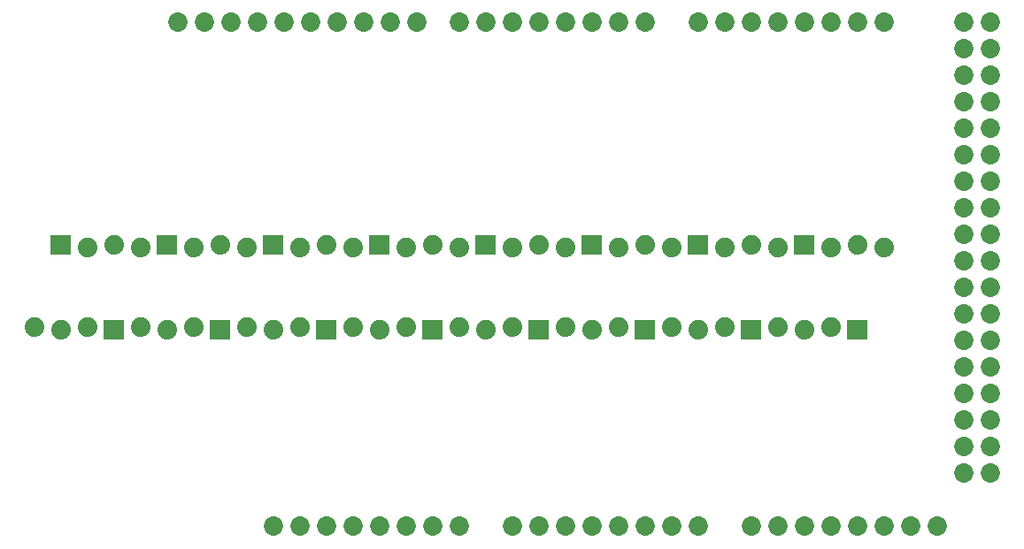
<source format=gtl>
G04 MADE WITH FRITZING*
G04 WWW.FRITZING.ORG*
G04 DOUBLE SIDED*
G04 HOLES PLATED*
G04 CONTOUR ON CENTER OF CONTOUR VECTOR*
%ASAXBY*%
%FSLAX23Y23*%
%MOIN*%
%OFA0B0*%
%SFA1.0B1.0*%
%ADD10C,0.072917*%
%ADD11C,0.074000*%
%ADD12R,0.001000X0.001000*%
%LNCOPPER1*%
G90*
G70*
G54D10*
X3013Y155D03*
X1413Y155D03*
X3113Y155D03*
X3213Y155D03*
X3313Y155D03*
X3413Y155D03*
X3713Y1555D03*
X3513Y155D03*
X3613Y155D03*
X1453Y2055D03*
X2013Y155D03*
X2113Y155D03*
X2213Y155D03*
X2313Y155D03*
X3713Y755D03*
X2413Y155D03*
X2513Y155D03*
X2613Y155D03*
X2713Y155D03*
X2213Y2055D03*
X3713Y1955D03*
X3713Y1155D03*
X3713Y355D03*
X1053Y2055D03*
X1813Y155D03*
X1813Y2055D03*
X3713Y1755D03*
X3713Y1355D03*
X3713Y955D03*
X3413Y2055D03*
X3713Y555D03*
X3313Y2055D03*
X3213Y2055D03*
X3113Y2055D03*
X3013Y2055D03*
X2913Y2055D03*
X2813Y2055D03*
X2713Y2055D03*
X853Y2055D03*
X1253Y2055D03*
X1653Y2055D03*
X1213Y155D03*
X1613Y155D03*
X2413Y2055D03*
X2013Y2055D03*
X3713Y2055D03*
X3713Y1855D03*
X3713Y1655D03*
X3713Y1455D03*
X3713Y1255D03*
X3713Y1055D03*
X3713Y855D03*
X3713Y655D03*
X3713Y455D03*
X753Y2055D03*
X953Y2055D03*
X1153Y2055D03*
X1353Y2055D03*
X1553Y2055D03*
X1113Y155D03*
X1313Y155D03*
X1513Y155D03*
X1713Y155D03*
X2513Y2055D03*
X2313Y2055D03*
X2113Y2055D03*
X1913Y2055D03*
X3813Y2055D03*
X3813Y1955D03*
X3813Y1855D03*
X3813Y1755D03*
X3813Y1655D03*
X3813Y1555D03*
X3813Y1455D03*
X3813Y1355D03*
X3813Y1255D03*
X3813Y1155D03*
X3813Y1055D03*
X3813Y955D03*
X3813Y855D03*
X3813Y755D03*
X3813Y655D03*
X3813Y555D03*
X3813Y455D03*
X3813Y355D03*
X2913Y155D03*
G54D11*
X2713Y1215D03*
X2813Y1205D03*
X2913Y1215D03*
X3013Y1205D03*
X2713Y1215D03*
X2813Y1205D03*
X2913Y1215D03*
X3013Y1205D03*
X3113Y1215D03*
X3213Y1205D03*
X3313Y1215D03*
X3413Y1205D03*
X3113Y1215D03*
X3213Y1205D03*
X3313Y1215D03*
X3413Y1205D03*
X2113Y895D03*
X2013Y905D03*
X1913Y895D03*
X1813Y905D03*
X2113Y895D03*
X2013Y905D03*
X1913Y895D03*
X1813Y905D03*
X2913Y895D03*
X2813Y905D03*
X2713Y895D03*
X2613Y905D03*
X2913Y895D03*
X2813Y905D03*
X2713Y895D03*
X2613Y905D03*
X3313Y895D03*
X3213Y905D03*
X3113Y895D03*
X3013Y905D03*
X3313Y895D03*
X3213Y905D03*
X3113Y895D03*
X3013Y905D03*
X513Y895D03*
X413Y905D03*
X313Y895D03*
X213Y905D03*
X513Y895D03*
X413Y905D03*
X313Y895D03*
X213Y905D03*
X2513Y895D03*
X2413Y905D03*
X2313Y895D03*
X2213Y905D03*
X2513Y895D03*
X2413Y905D03*
X2313Y895D03*
X2213Y905D03*
X1713Y895D03*
X1613Y905D03*
X1513Y895D03*
X1413Y905D03*
X1713Y895D03*
X1613Y905D03*
X1513Y895D03*
X1413Y905D03*
X913Y895D03*
X813Y905D03*
X713Y895D03*
X613Y905D03*
X913Y895D03*
X813Y905D03*
X713Y895D03*
X613Y905D03*
X313Y1215D03*
X413Y1205D03*
X513Y1215D03*
X613Y1205D03*
X313Y1215D03*
X413Y1205D03*
X513Y1215D03*
X613Y1205D03*
X713Y1215D03*
X813Y1205D03*
X913Y1215D03*
X1013Y1205D03*
X713Y1215D03*
X813Y1205D03*
X913Y1215D03*
X1013Y1205D03*
X1113Y1215D03*
X1213Y1205D03*
X1313Y1215D03*
X1413Y1205D03*
X1113Y1215D03*
X1213Y1205D03*
X1313Y1215D03*
X1413Y1205D03*
X1513Y1215D03*
X1613Y1205D03*
X1713Y1215D03*
X1813Y1205D03*
X1513Y1215D03*
X1613Y1205D03*
X1713Y1215D03*
X1813Y1205D03*
X1913Y1215D03*
X2013Y1205D03*
X2113Y1215D03*
X2213Y1205D03*
X1913Y1215D03*
X2013Y1205D03*
X2113Y1215D03*
X2213Y1205D03*
X2313Y1215D03*
X2413Y1205D03*
X2513Y1215D03*
X2613Y1205D03*
X2313Y1215D03*
X2413Y1205D03*
X2513Y1215D03*
X2613Y1205D03*
X1313Y895D03*
X1213Y905D03*
X1113Y895D03*
X1013Y905D03*
X1313Y895D03*
X1213Y905D03*
X1113Y895D03*
X1013Y905D03*
G54D12*
X276Y1252D02*
X349Y1252D01*
X676Y1252D02*
X749Y1252D01*
X1076Y1252D02*
X1149Y1252D01*
X1476Y1252D02*
X1549Y1252D01*
X1876Y1252D02*
X1949Y1252D01*
X2276Y1252D02*
X2349Y1252D01*
X2676Y1252D02*
X2749Y1252D01*
X3076Y1252D02*
X3149Y1252D01*
X276Y1251D02*
X349Y1251D01*
X676Y1251D02*
X749Y1251D01*
X1076Y1251D02*
X1149Y1251D01*
X1476Y1251D02*
X1549Y1251D01*
X1876Y1251D02*
X1949Y1251D01*
X2276Y1251D02*
X2349Y1251D01*
X2676Y1251D02*
X2749Y1251D01*
X3076Y1251D02*
X3149Y1251D01*
X276Y1250D02*
X349Y1250D01*
X676Y1250D02*
X749Y1250D01*
X1076Y1250D02*
X1149Y1250D01*
X1476Y1250D02*
X1549Y1250D01*
X1876Y1250D02*
X1949Y1250D01*
X2276Y1250D02*
X2349Y1250D01*
X2676Y1250D02*
X2749Y1250D01*
X3076Y1250D02*
X3149Y1250D01*
X276Y1249D02*
X349Y1249D01*
X676Y1249D02*
X749Y1249D01*
X1076Y1249D02*
X1149Y1249D01*
X1476Y1249D02*
X1549Y1249D01*
X1876Y1249D02*
X1949Y1249D01*
X2276Y1249D02*
X2349Y1249D01*
X2676Y1249D02*
X2749Y1249D01*
X3076Y1249D02*
X3149Y1249D01*
X276Y1248D02*
X349Y1248D01*
X676Y1248D02*
X749Y1248D01*
X1076Y1248D02*
X1149Y1248D01*
X1476Y1248D02*
X1549Y1248D01*
X1876Y1248D02*
X1949Y1248D01*
X2276Y1248D02*
X2349Y1248D01*
X2676Y1248D02*
X2749Y1248D01*
X3076Y1248D02*
X3149Y1248D01*
X276Y1247D02*
X349Y1247D01*
X676Y1247D02*
X749Y1247D01*
X1076Y1247D02*
X1149Y1247D01*
X1476Y1247D02*
X1549Y1247D01*
X1876Y1247D02*
X1949Y1247D01*
X2276Y1247D02*
X2349Y1247D01*
X2676Y1247D02*
X2749Y1247D01*
X3076Y1247D02*
X3149Y1247D01*
X276Y1246D02*
X349Y1246D01*
X676Y1246D02*
X749Y1246D01*
X1076Y1246D02*
X1149Y1246D01*
X1476Y1246D02*
X1549Y1246D01*
X1876Y1246D02*
X1949Y1246D01*
X2276Y1246D02*
X2349Y1246D01*
X2676Y1246D02*
X2749Y1246D01*
X3076Y1246D02*
X3149Y1246D01*
X276Y1245D02*
X349Y1245D01*
X676Y1245D02*
X749Y1245D01*
X1076Y1245D02*
X1149Y1245D01*
X1476Y1245D02*
X1549Y1245D01*
X1876Y1245D02*
X1949Y1245D01*
X2276Y1245D02*
X2349Y1245D01*
X2676Y1245D02*
X2749Y1245D01*
X3076Y1245D02*
X3149Y1245D01*
X276Y1244D02*
X349Y1244D01*
X676Y1244D02*
X749Y1244D01*
X1076Y1244D02*
X1149Y1244D01*
X1476Y1244D02*
X1549Y1244D01*
X1876Y1244D02*
X1949Y1244D01*
X2276Y1244D02*
X2349Y1244D01*
X2676Y1244D02*
X2749Y1244D01*
X3076Y1244D02*
X3149Y1244D01*
X276Y1243D02*
X349Y1243D01*
X676Y1243D02*
X749Y1243D01*
X1076Y1243D02*
X1149Y1243D01*
X1476Y1243D02*
X1549Y1243D01*
X1876Y1243D02*
X1949Y1243D01*
X2276Y1243D02*
X2349Y1243D01*
X2676Y1243D02*
X2749Y1243D01*
X3076Y1243D02*
X3149Y1243D01*
X276Y1242D02*
X349Y1242D01*
X676Y1242D02*
X749Y1242D01*
X1076Y1242D02*
X1149Y1242D01*
X1476Y1242D02*
X1549Y1242D01*
X1876Y1242D02*
X1949Y1242D01*
X2276Y1242D02*
X2349Y1242D01*
X2676Y1242D02*
X2749Y1242D01*
X3076Y1242D02*
X3149Y1242D01*
X276Y1241D02*
X349Y1241D01*
X676Y1241D02*
X749Y1241D01*
X1076Y1241D02*
X1149Y1241D01*
X1476Y1241D02*
X1549Y1241D01*
X1876Y1241D02*
X1949Y1241D01*
X2276Y1241D02*
X2349Y1241D01*
X2676Y1241D02*
X2749Y1241D01*
X3076Y1241D02*
X3149Y1241D01*
X276Y1240D02*
X349Y1240D01*
X676Y1240D02*
X749Y1240D01*
X1076Y1240D02*
X1149Y1240D01*
X1476Y1240D02*
X1549Y1240D01*
X1876Y1240D02*
X1949Y1240D01*
X2276Y1240D02*
X2349Y1240D01*
X2676Y1240D02*
X2749Y1240D01*
X3076Y1240D02*
X3149Y1240D01*
X276Y1239D02*
X349Y1239D01*
X676Y1239D02*
X749Y1239D01*
X1076Y1239D02*
X1149Y1239D01*
X1476Y1239D02*
X1549Y1239D01*
X1876Y1239D02*
X1949Y1239D01*
X2276Y1239D02*
X2349Y1239D01*
X2676Y1239D02*
X2749Y1239D01*
X3076Y1239D02*
X3149Y1239D01*
X276Y1238D02*
X349Y1238D01*
X676Y1238D02*
X749Y1238D01*
X1076Y1238D02*
X1149Y1238D01*
X1476Y1238D02*
X1549Y1238D01*
X1876Y1238D02*
X1949Y1238D01*
X2276Y1238D02*
X2349Y1238D01*
X2676Y1238D02*
X2749Y1238D01*
X3076Y1238D02*
X3149Y1238D01*
X276Y1237D02*
X349Y1237D01*
X676Y1237D02*
X749Y1237D01*
X1076Y1237D02*
X1149Y1237D01*
X1476Y1237D02*
X1549Y1237D01*
X1876Y1237D02*
X1949Y1237D01*
X2276Y1237D02*
X2349Y1237D01*
X2676Y1237D02*
X2749Y1237D01*
X3076Y1237D02*
X3149Y1237D01*
X276Y1236D02*
X349Y1236D01*
X676Y1236D02*
X749Y1236D01*
X1076Y1236D02*
X1149Y1236D01*
X1476Y1236D02*
X1549Y1236D01*
X1876Y1236D02*
X1949Y1236D01*
X2276Y1236D02*
X2349Y1236D01*
X2676Y1236D02*
X2749Y1236D01*
X3076Y1236D02*
X3149Y1236D01*
X276Y1235D02*
X308Y1235D01*
X318Y1235D02*
X349Y1235D01*
X676Y1235D02*
X708Y1235D01*
X718Y1235D02*
X749Y1235D01*
X1076Y1235D02*
X1108Y1235D01*
X1118Y1235D02*
X1149Y1235D01*
X1476Y1235D02*
X1508Y1235D01*
X1518Y1235D02*
X1549Y1235D01*
X1876Y1235D02*
X1908Y1235D01*
X1917Y1235D02*
X1949Y1235D01*
X2276Y1235D02*
X2308Y1235D01*
X2317Y1235D02*
X2349Y1235D01*
X2676Y1235D02*
X2708Y1235D01*
X2717Y1235D02*
X2749Y1235D01*
X3076Y1235D02*
X3108Y1235D01*
X3117Y1235D02*
X3149Y1235D01*
X276Y1234D02*
X305Y1234D01*
X321Y1234D02*
X349Y1234D01*
X676Y1234D02*
X705Y1234D01*
X721Y1234D02*
X749Y1234D01*
X1076Y1234D02*
X1105Y1234D01*
X1121Y1234D02*
X1149Y1234D01*
X1476Y1234D02*
X1505Y1234D01*
X1521Y1234D02*
X1549Y1234D01*
X1876Y1234D02*
X1905Y1234D01*
X1921Y1234D02*
X1949Y1234D01*
X2276Y1234D02*
X2305Y1234D01*
X2321Y1234D02*
X2349Y1234D01*
X2676Y1234D02*
X2705Y1234D01*
X2721Y1234D02*
X2749Y1234D01*
X3076Y1234D02*
X3105Y1234D01*
X3121Y1234D02*
X3149Y1234D01*
X276Y1233D02*
X303Y1233D01*
X323Y1233D02*
X349Y1233D01*
X676Y1233D02*
X703Y1233D01*
X723Y1233D02*
X749Y1233D01*
X1076Y1233D02*
X1103Y1233D01*
X1123Y1233D02*
X1149Y1233D01*
X1476Y1233D02*
X1503Y1233D01*
X1523Y1233D02*
X1549Y1233D01*
X1876Y1233D02*
X1903Y1233D01*
X1923Y1233D02*
X1949Y1233D01*
X2276Y1233D02*
X2303Y1233D01*
X2323Y1233D02*
X2349Y1233D01*
X2676Y1233D02*
X2703Y1233D01*
X2723Y1233D02*
X2749Y1233D01*
X3076Y1233D02*
X3103Y1233D01*
X3123Y1233D02*
X3149Y1233D01*
X276Y1232D02*
X301Y1232D01*
X324Y1232D02*
X349Y1232D01*
X676Y1232D02*
X701Y1232D01*
X724Y1232D02*
X749Y1232D01*
X1076Y1232D02*
X1101Y1232D01*
X1124Y1232D02*
X1149Y1232D01*
X1476Y1232D02*
X1501Y1232D01*
X1524Y1232D02*
X1549Y1232D01*
X1876Y1232D02*
X1901Y1232D01*
X1924Y1232D02*
X1949Y1232D01*
X2276Y1232D02*
X2301Y1232D01*
X2324Y1232D02*
X2349Y1232D01*
X2676Y1232D02*
X2701Y1232D01*
X2724Y1232D02*
X2749Y1232D01*
X3076Y1232D02*
X3101Y1232D01*
X3124Y1232D02*
X3149Y1232D01*
X276Y1231D02*
X300Y1231D01*
X326Y1231D02*
X349Y1231D01*
X676Y1231D02*
X700Y1231D01*
X726Y1231D02*
X749Y1231D01*
X1076Y1231D02*
X1100Y1231D01*
X1126Y1231D02*
X1149Y1231D01*
X1476Y1231D02*
X1500Y1231D01*
X1526Y1231D02*
X1549Y1231D01*
X1876Y1231D02*
X1900Y1231D01*
X1926Y1231D02*
X1949Y1231D01*
X2276Y1231D02*
X2300Y1231D01*
X2326Y1231D02*
X2349Y1231D01*
X2676Y1231D02*
X2700Y1231D01*
X2726Y1231D02*
X2749Y1231D01*
X3076Y1231D02*
X3100Y1231D01*
X3126Y1231D02*
X3149Y1231D01*
X276Y1230D02*
X299Y1230D01*
X327Y1230D02*
X349Y1230D01*
X676Y1230D02*
X699Y1230D01*
X727Y1230D02*
X749Y1230D01*
X1076Y1230D02*
X1099Y1230D01*
X1127Y1230D02*
X1149Y1230D01*
X1476Y1230D02*
X1499Y1230D01*
X1527Y1230D02*
X1549Y1230D01*
X1876Y1230D02*
X1898Y1230D01*
X1927Y1230D02*
X1949Y1230D01*
X2276Y1230D02*
X2298Y1230D01*
X2327Y1230D02*
X2349Y1230D01*
X2676Y1230D02*
X2698Y1230D01*
X2727Y1230D02*
X2749Y1230D01*
X3076Y1230D02*
X3098Y1230D01*
X3127Y1230D02*
X3149Y1230D01*
X276Y1229D02*
X298Y1229D01*
X328Y1229D02*
X349Y1229D01*
X676Y1229D02*
X698Y1229D01*
X728Y1229D02*
X749Y1229D01*
X1076Y1229D02*
X1098Y1229D01*
X1128Y1229D02*
X1149Y1229D01*
X1476Y1229D02*
X1498Y1229D01*
X1528Y1229D02*
X1549Y1229D01*
X1876Y1229D02*
X1898Y1229D01*
X1928Y1229D02*
X1949Y1229D01*
X2276Y1229D02*
X2297Y1229D01*
X2328Y1229D02*
X2349Y1229D01*
X2676Y1229D02*
X2697Y1229D01*
X2728Y1229D02*
X2749Y1229D01*
X3076Y1229D02*
X3097Y1229D01*
X3128Y1229D02*
X3149Y1229D01*
X276Y1228D02*
X297Y1228D01*
X329Y1228D02*
X349Y1228D01*
X676Y1228D02*
X697Y1228D01*
X729Y1228D02*
X749Y1228D01*
X1076Y1228D02*
X1097Y1228D01*
X1129Y1228D02*
X1149Y1228D01*
X1476Y1228D02*
X1497Y1228D01*
X1529Y1228D02*
X1549Y1228D01*
X1876Y1228D02*
X1897Y1228D01*
X1929Y1228D02*
X1949Y1228D01*
X2276Y1228D02*
X2297Y1228D01*
X2329Y1228D02*
X2349Y1228D01*
X2676Y1228D02*
X2697Y1228D01*
X2729Y1228D02*
X2749Y1228D01*
X3076Y1228D02*
X3097Y1228D01*
X3129Y1228D02*
X3149Y1228D01*
X276Y1227D02*
X296Y1227D01*
X330Y1227D02*
X349Y1227D01*
X676Y1227D02*
X696Y1227D01*
X730Y1227D02*
X749Y1227D01*
X1076Y1227D02*
X1096Y1227D01*
X1130Y1227D02*
X1149Y1227D01*
X1476Y1227D02*
X1496Y1227D01*
X1530Y1227D02*
X1549Y1227D01*
X1876Y1227D02*
X1896Y1227D01*
X1929Y1227D02*
X1949Y1227D01*
X2276Y1227D02*
X2296Y1227D01*
X2329Y1227D02*
X2349Y1227D01*
X2676Y1227D02*
X2696Y1227D01*
X2729Y1227D02*
X2749Y1227D01*
X3076Y1227D02*
X3096Y1227D01*
X3129Y1227D02*
X3149Y1227D01*
X276Y1226D02*
X295Y1226D01*
X330Y1226D02*
X349Y1226D01*
X676Y1226D02*
X695Y1226D01*
X730Y1226D02*
X749Y1226D01*
X1076Y1226D02*
X1095Y1226D01*
X1130Y1226D02*
X1149Y1226D01*
X1476Y1226D02*
X1495Y1226D01*
X1530Y1226D02*
X1549Y1226D01*
X1876Y1226D02*
X1895Y1226D01*
X1930Y1226D02*
X1949Y1226D01*
X2276Y1226D02*
X2295Y1226D01*
X2330Y1226D02*
X2349Y1226D01*
X2676Y1226D02*
X2695Y1226D01*
X2730Y1226D02*
X2749Y1226D01*
X3076Y1226D02*
X3095Y1226D01*
X3130Y1226D02*
X3149Y1226D01*
X276Y1225D02*
X295Y1225D01*
X331Y1225D02*
X349Y1225D01*
X676Y1225D02*
X695Y1225D01*
X731Y1225D02*
X749Y1225D01*
X1076Y1225D02*
X1095Y1225D01*
X1131Y1225D02*
X1149Y1225D01*
X1476Y1225D02*
X1495Y1225D01*
X1531Y1225D02*
X1549Y1225D01*
X1876Y1225D02*
X1895Y1225D01*
X1931Y1225D02*
X1949Y1225D01*
X2276Y1225D02*
X2295Y1225D01*
X2331Y1225D02*
X2349Y1225D01*
X2676Y1225D02*
X2695Y1225D01*
X2731Y1225D02*
X2749Y1225D01*
X3076Y1225D02*
X3095Y1225D01*
X3131Y1225D02*
X3149Y1225D01*
X276Y1224D02*
X294Y1224D01*
X331Y1224D02*
X349Y1224D01*
X676Y1224D02*
X694Y1224D01*
X731Y1224D02*
X749Y1224D01*
X1076Y1224D02*
X1094Y1224D01*
X1131Y1224D02*
X1149Y1224D01*
X1476Y1224D02*
X1494Y1224D01*
X1531Y1224D02*
X1549Y1224D01*
X1876Y1224D02*
X1894Y1224D01*
X1931Y1224D02*
X1949Y1224D01*
X2276Y1224D02*
X2294Y1224D01*
X2331Y1224D02*
X2349Y1224D01*
X2676Y1224D02*
X2694Y1224D01*
X2731Y1224D02*
X2749Y1224D01*
X3076Y1224D02*
X3094Y1224D01*
X3131Y1224D02*
X3149Y1224D01*
X276Y1223D02*
X294Y1223D01*
X332Y1223D02*
X349Y1223D01*
X676Y1223D02*
X694Y1223D01*
X732Y1223D02*
X749Y1223D01*
X1076Y1223D02*
X1094Y1223D01*
X1132Y1223D02*
X1149Y1223D01*
X1476Y1223D02*
X1494Y1223D01*
X1532Y1223D02*
X1549Y1223D01*
X1876Y1223D02*
X1894Y1223D01*
X1932Y1223D02*
X1949Y1223D01*
X2276Y1223D02*
X2294Y1223D01*
X2332Y1223D02*
X2349Y1223D01*
X2676Y1223D02*
X2694Y1223D01*
X2732Y1223D02*
X2749Y1223D01*
X3076Y1223D02*
X3094Y1223D01*
X3132Y1223D02*
X3149Y1223D01*
X276Y1222D02*
X293Y1222D01*
X332Y1222D02*
X349Y1222D01*
X676Y1222D02*
X693Y1222D01*
X732Y1222D02*
X749Y1222D01*
X1076Y1222D02*
X1093Y1222D01*
X1132Y1222D02*
X1149Y1222D01*
X1476Y1222D02*
X1493Y1222D01*
X1532Y1222D02*
X1549Y1222D01*
X1876Y1222D02*
X1893Y1222D01*
X1932Y1222D02*
X1949Y1222D01*
X2276Y1222D02*
X2293Y1222D01*
X2332Y1222D02*
X2349Y1222D01*
X2676Y1222D02*
X2693Y1222D01*
X2732Y1222D02*
X2749Y1222D01*
X3076Y1222D02*
X3093Y1222D01*
X3132Y1222D02*
X3149Y1222D01*
X276Y1221D02*
X293Y1221D01*
X332Y1221D02*
X349Y1221D01*
X676Y1221D02*
X693Y1221D01*
X732Y1221D02*
X749Y1221D01*
X1076Y1221D02*
X1093Y1221D01*
X1132Y1221D02*
X1149Y1221D01*
X1476Y1221D02*
X1493Y1221D01*
X1532Y1221D02*
X1549Y1221D01*
X1876Y1221D02*
X1893Y1221D01*
X1932Y1221D02*
X1949Y1221D01*
X2276Y1221D02*
X2293Y1221D01*
X2332Y1221D02*
X2349Y1221D01*
X2676Y1221D02*
X2693Y1221D01*
X2732Y1221D02*
X2749Y1221D01*
X3076Y1221D02*
X3093Y1221D01*
X3132Y1221D02*
X3149Y1221D01*
X276Y1220D02*
X293Y1220D01*
X333Y1220D02*
X349Y1220D01*
X676Y1220D02*
X693Y1220D01*
X733Y1220D02*
X749Y1220D01*
X1076Y1220D02*
X1093Y1220D01*
X1133Y1220D02*
X1149Y1220D01*
X1476Y1220D02*
X1493Y1220D01*
X1533Y1220D02*
X1549Y1220D01*
X1876Y1220D02*
X1893Y1220D01*
X1933Y1220D02*
X1949Y1220D01*
X2276Y1220D02*
X2293Y1220D01*
X2333Y1220D02*
X2349Y1220D01*
X2676Y1220D02*
X2693Y1220D01*
X2733Y1220D02*
X2749Y1220D01*
X3076Y1220D02*
X3093Y1220D01*
X3133Y1220D02*
X3149Y1220D01*
X276Y1219D02*
X293Y1219D01*
X333Y1219D02*
X349Y1219D01*
X676Y1219D02*
X693Y1219D01*
X733Y1219D02*
X749Y1219D01*
X1076Y1219D02*
X1093Y1219D01*
X1133Y1219D02*
X1149Y1219D01*
X1476Y1219D02*
X1493Y1219D01*
X1533Y1219D02*
X1549Y1219D01*
X1876Y1219D02*
X1893Y1219D01*
X1933Y1219D02*
X1949Y1219D01*
X2276Y1219D02*
X2293Y1219D01*
X2333Y1219D02*
X2349Y1219D01*
X2676Y1219D02*
X2692Y1219D01*
X2733Y1219D02*
X2749Y1219D01*
X3076Y1219D02*
X3092Y1219D01*
X3133Y1219D02*
X3149Y1219D01*
X276Y1218D02*
X293Y1218D01*
X333Y1218D02*
X349Y1218D01*
X676Y1218D02*
X692Y1218D01*
X733Y1218D02*
X749Y1218D01*
X1076Y1218D02*
X1092Y1218D01*
X1133Y1218D02*
X1149Y1218D01*
X1476Y1218D02*
X1492Y1218D01*
X1533Y1218D02*
X1549Y1218D01*
X1876Y1218D02*
X1892Y1218D01*
X1933Y1218D02*
X1949Y1218D01*
X2276Y1218D02*
X2292Y1218D01*
X2333Y1218D02*
X2349Y1218D01*
X2676Y1218D02*
X2692Y1218D01*
X2733Y1218D02*
X2749Y1218D01*
X3076Y1218D02*
X3092Y1218D01*
X3133Y1218D02*
X3149Y1218D01*
X276Y1217D02*
X292Y1217D01*
X333Y1217D02*
X349Y1217D01*
X676Y1217D02*
X692Y1217D01*
X733Y1217D02*
X749Y1217D01*
X1076Y1217D02*
X1092Y1217D01*
X1133Y1217D02*
X1149Y1217D01*
X1476Y1217D02*
X1492Y1217D01*
X1533Y1217D02*
X1549Y1217D01*
X1876Y1217D02*
X1892Y1217D01*
X1933Y1217D02*
X1949Y1217D01*
X2276Y1217D02*
X2292Y1217D01*
X2333Y1217D02*
X2349Y1217D01*
X2676Y1217D02*
X2692Y1217D01*
X2733Y1217D02*
X2749Y1217D01*
X3076Y1217D02*
X3092Y1217D01*
X3133Y1217D02*
X3149Y1217D01*
X276Y1216D02*
X292Y1216D01*
X333Y1216D02*
X349Y1216D01*
X676Y1216D02*
X692Y1216D01*
X733Y1216D02*
X749Y1216D01*
X1076Y1216D02*
X1092Y1216D01*
X1133Y1216D02*
X1149Y1216D01*
X1476Y1216D02*
X1492Y1216D01*
X1533Y1216D02*
X1549Y1216D01*
X1876Y1216D02*
X1892Y1216D01*
X1933Y1216D02*
X1949Y1216D01*
X2276Y1216D02*
X2292Y1216D01*
X2333Y1216D02*
X2349Y1216D01*
X2676Y1216D02*
X2692Y1216D01*
X2733Y1216D02*
X2749Y1216D01*
X3076Y1216D02*
X3092Y1216D01*
X3133Y1216D02*
X3149Y1216D01*
X276Y1215D02*
X292Y1215D01*
X333Y1215D02*
X349Y1215D01*
X676Y1215D02*
X692Y1215D01*
X733Y1215D02*
X749Y1215D01*
X1076Y1215D02*
X1092Y1215D01*
X1133Y1215D02*
X1149Y1215D01*
X1476Y1215D02*
X1492Y1215D01*
X1533Y1215D02*
X1549Y1215D01*
X1876Y1215D02*
X1892Y1215D01*
X1933Y1215D02*
X1949Y1215D01*
X2276Y1215D02*
X2292Y1215D01*
X2333Y1215D02*
X2349Y1215D01*
X2676Y1215D02*
X2692Y1215D01*
X2733Y1215D02*
X2749Y1215D01*
X3076Y1215D02*
X3092Y1215D01*
X3133Y1215D02*
X3149Y1215D01*
X276Y1214D02*
X292Y1214D01*
X333Y1214D02*
X349Y1214D01*
X676Y1214D02*
X692Y1214D01*
X733Y1214D02*
X749Y1214D01*
X1076Y1214D02*
X1092Y1214D01*
X1133Y1214D02*
X1149Y1214D01*
X1476Y1214D02*
X1492Y1214D01*
X1533Y1214D02*
X1549Y1214D01*
X1876Y1214D02*
X1892Y1214D01*
X1933Y1214D02*
X1949Y1214D01*
X2276Y1214D02*
X2292Y1214D01*
X2333Y1214D02*
X2349Y1214D01*
X2676Y1214D02*
X2692Y1214D01*
X2733Y1214D02*
X2749Y1214D01*
X3076Y1214D02*
X3092Y1214D01*
X3133Y1214D02*
X3149Y1214D01*
X276Y1213D02*
X293Y1213D01*
X333Y1213D02*
X349Y1213D01*
X676Y1213D02*
X692Y1213D01*
X733Y1213D02*
X749Y1213D01*
X1076Y1213D02*
X1092Y1213D01*
X1133Y1213D02*
X1149Y1213D01*
X1476Y1213D02*
X1492Y1213D01*
X1533Y1213D02*
X1549Y1213D01*
X1876Y1213D02*
X1892Y1213D01*
X1933Y1213D02*
X1949Y1213D01*
X2276Y1213D02*
X2292Y1213D01*
X2333Y1213D02*
X2349Y1213D01*
X2676Y1213D02*
X2692Y1213D01*
X2733Y1213D02*
X2749Y1213D01*
X3076Y1213D02*
X3092Y1213D01*
X3133Y1213D02*
X3149Y1213D01*
X276Y1212D02*
X293Y1212D01*
X333Y1212D02*
X349Y1212D01*
X676Y1212D02*
X693Y1212D01*
X733Y1212D02*
X749Y1212D01*
X1076Y1212D02*
X1093Y1212D01*
X1133Y1212D02*
X1149Y1212D01*
X1476Y1212D02*
X1493Y1212D01*
X1533Y1212D02*
X1549Y1212D01*
X1876Y1212D02*
X1893Y1212D01*
X1933Y1212D02*
X1949Y1212D01*
X2276Y1212D02*
X2293Y1212D01*
X2333Y1212D02*
X2349Y1212D01*
X2676Y1212D02*
X2692Y1212D01*
X2733Y1212D02*
X2749Y1212D01*
X3076Y1212D02*
X3092Y1212D01*
X3133Y1212D02*
X3149Y1212D01*
X276Y1211D02*
X293Y1211D01*
X333Y1211D02*
X349Y1211D01*
X676Y1211D02*
X693Y1211D01*
X733Y1211D02*
X749Y1211D01*
X1076Y1211D02*
X1093Y1211D01*
X1133Y1211D02*
X1149Y1211D01*
X1476Y1211D02*
X1493Y1211D01*
X1533Y1211D02*
X1549Y1211D01*
X1876Y1211D02*
X1893Y1211D01*
X1933Y1211D02*
X1949Y1211D01*
X2276Y1211D02*
X2293Y1211D01*
X2333Y1211D02*
X2349Y1211D01*
X2676Y1211D02*
X2693Y1211D01*
X2733Y1211D02*
X2749Y1211D01*
X3076Y1211D02*
X3093Y1211D01*
X3133Y1211D02*
X3149Y1211D01*
X276Y1210D02*
X293Y1210D01*
X332Y1210D02*
X349Y1210D01*
X676Y1210D02*
X693Y1210D01*
X732Y1210D02*
X749Y1210D01*
X1076Y1210D02*
X1093Y1210D01*
X1132Y1210D02*
X1149Y1210D01*
X1476Y1210D02*
X1493Y1210D01*
X1532Y1210D02*
X1549Y1210D01*
X1876Y1210D02*
X1893Y1210D01*
X1932Y1210D02*
X1949Y1210D01*
X2276Y1210D02*
X2293Y1210D01*
X2332Y1210D02*
X2349Y1210D01*
X2676Y1210D02*
X2693Y1210D01*
X2732Y1210D02*
X2749Y1210D01*
X3076Y1210D02*
X3093Y1210D01*
X3132Y1210D02*
X3149Y1210D01*
X276Y1209D02*
X293Y1209D01*
X332Y1209D02*
X349Y1209D01*
X676Y1209D02*
X693Y1209D01*
X732Y1209D02*
X749Y1209D01*
X1076Y1209D02*
X1093Y1209D01*
X1132Y1209D02*
X1149Y1209D01*
X1476Y1209D02*
X1493Y1209D01*
X1532Y1209D02*
X1549Y1209D01*
X1876Y1209D02*
X1893Y1209D01*
X1932Y1209D02*
X1949Y1209D01*
X2276Y1209D02*
X2293Y1209D01*
X2332Y1209D02*
X2349Y1209D01*
X2676Y1209D02*
X2693Y1209D01*
X2732Y1209D02*
X2749Y1209D01*
X3076Y1209D02*
X3093Y1209D01*
X3132Y1209D02*
X3149Y1209D01*
X276Y1208D02*
X294Y1208D01*
X332Y1208D02*
X349Y1208D01*
X676Y1208D02*
X694Y1208D01*
X732Y1208D02*
X749Y1208D01*
X1076Y1208D02*
X1094Y1208D01*
X1132Y1208D02*
X1149Y1208D01*
X1476Y1208D02*
X1494Y1208D01*
X1532Y1208D02*
X1549Y1208D01*
X1876Y1208D02*
X1894Y1208D01*
X1932Y1208D02*
X1949Y1208D01*
X2276Y1208D02*
X2294Y1208D01*
X2332Y1208D02*
X2349Y1208D01*
X2676Y1208D02*
X2694Y1208D01*
X2732Y1208D02*
X2749Y1208D01*
X3076Y1208D02*
X3094Y1208D01*
X3132Y1208D02*
X3149Y1208D01*
X276Y1207D02*
X294Y1207D01*
X331Y1207D02*
X349Y1207D01*
X676Y1207D02*
X694Y1207D01*
X731Y1207D02*
X749Y1207D01*
X1076Y1207D02*
X1094Y1207D01*
X1131Y1207D02*
X1149Y1207D01*
X1476Y1207D02*
X1494Y1207D01*
X1531Y1207D02*
X1549Y1207D01*
X1876Y1207D02*
X1894Y1207D01*
X1931Y1207D02*
X1949Y1207D01*
X2276Y1207D02*
X2294Y1207D01*
X2331Y1207D02*
X2349Y1207D01*
X2676Y1207D02*
X2694Y1207D01*
X2731Y1207D02*
X2749Y1207D01*
X3076Y1207D02*
X3094Y1207D01*
X3131Y1207D02*
X3149Y1207D01*
X276Y1206D02*
X295Y1206D01*
X331Y1206D02*
X349Y1206D01*
X676Y1206D02*
X695Y1206D01*
X731Y1206D02*
X749Y1206D01*
X1076Y1206D02*
X1095Y1206D01*
X1131Y1206D02*
X1149Y1206D01*
X1476Y1206D02*
X1495Y1206D01*
X1531Y1206D02*
X1549Y1206D01*
X1876Y1206D02*
X1895Y1206D01*
X1931Y1206D02*
X1949Y1206D01*
X2276Y1206D02*
X2295Y1206D01*
X2331Y1206D02*
X2349Y1206D01*
X2676Y1206D02*
X2695Y1206D01*
X2731Y1206D02*
X2749Y1206D01*
X3076Y1206D02*
X3095Y1206D01*
X3131Y1206D02*
X3149Y1206D01*
X276Y1205D02*
X295Y1205D01*
X330Y1205D02*
X349Y1205D01*
X676Y1205D02*
X695Y1205D01*
X730Y1205D02*
X749Y1205D01*
X1076Y1205D02*
X1095Y1205D01*
X1130Y1205D02*
X1149Y1205D01*
X1476Y1205D02*
X1495Y1205D01*
X1530Y1205D02*
X1549Y1205D01*
X1876Y1205D02*
X1895Y1205D01*
X1930Y1205D02*
X1949Y1205D01*
X2276Y1205D02*
X2295Y1205D01*
X2330Y1205D02*
X2349Y1205D01*
X2676Y1205D02*
X2695Y1205D01*
X2730Y1205D02*
X2749Y1205D01*
X3076Y1205D02*
X3095Y1205D01*
X3130Y1205D02*
X3149Y1205D01*
X276Y1204D02*
X296Y1204D01*
X330Y1204D02*
X349Y1204D01*
X676Y1204D02*
X696Y1204D01*
X730Y1204D02*
X749Y1204D01*
X1076Y1204D02*
X1096Y1204D01*
X1130Y1204D02*
X1149Y1204D01*
X1476Y1204D02*
X1496Y1204D01*
X1530Y1204D02*
X1549Y1204D01*
X1876Y1204D02*
X1896Y1204D01*
X1929Y1204D02*
X1949Y1204D01*
X2276Y1204D02*
X2296Y1204D01*
X2329Y1204D02*
X2349Y1204D01*
X2676Y1204D02*
X2696Y1204D01*
X2729Y1204D02*
X2749Y1204D01*
X3076Y1204D02*
X3096Y1204D01*
X3129Y1204D02*
X3149Y1204D01*
X276Y1203D02*
X297Y1203D01*
X329Y1203D02*
X349Y1203D01*
X676Y1203D02*
X697Y1203D01*
X729Y1203D02*
X749Y1203D01*
X1076Y1203D02*
X1097Y1203D01*
X1129Y1203D02*
X1149Y1203D01*
X1476Y1203D02*
X1497Y1203D01*
X1529Y1203D02*
X1549Y1203D01*
X1876Y1203D02*
X1897Y1203D01*
X1929Y1203D02*
X1949Y1203D01*
X2276Y1203D02*
X2297Y1203D01*
X2329Y1203D02*
X2349Y1203D01*
X2676Y1203D02*
X2697Y1203D01*
X2729Y1203D02*
X2749Y1203D01*
X3076Y1203D02*
X3097Y1203D01*
X3129Y1203D02*
X3149Y1203D01*
X276Y1202D02*
X298Y1202D01*
X328Y1202D02*
X349Y1202D01*
X676Y1202D02*
X698Y1202D01*
X728Y1202D02*
X749Y1202D01*
X1076Y1202D02*
X1098Y1202D01*
X1128Y1202D02*
X1149Y1202D01*
X1476Y1202D02*
X1498Y1202D01*
X1528Y1202D02*
X1549Y1202D01*
X1876Y1202D02*
X1898Y1202D01*
X1928Y1202D02*
X1949Y1202D01*
X2276Y1202D02*
X2297Y1202D01*
X2328Y1202D02*
X2349Y1202D01*
X2676Y1202D02*
X2697Y1202D01*
X2728Y1202D02*
X2749Y1202D01*
X3076Y1202D02*
X3097Y1202D01*
X3128Y1202D02*
X3149Y1202D01*
X276Y1201D02*
X299Y1201D01*
X327Y1201D02*
X349Y1201D01*
X676Y1201D02*
X699Y1201D01*
X727Y1201D02*
X749Y1201D01*
X1076Y1201D02*
X1099Y1201D01*
X1127Y1201D02*
X1149Y1201D01*
X1476Y1201D02*
X1498Y1201D01*
X1527Y1201D02*
X1549Y1201D01*
X1876Y1201D02*
X1898Y1201D01*
X1927Y1201D02*
X1949Y1201D01*
X2276Y1201D02*
X2298Y1201D01*
X2327Y1201D02*
X2349Y1201D01*
X2676Y1201D02*
X2698Y1201D01*
X2727Y1201D02*
X2749Y1201D01*
X3076Y1201D02*
X3098Y1201D01*
X3127Y1201D02*
X3149Y1201D01*
X276Y1200D02*
X300Y1200D01*
X326Y1200D02*
X349Y1200D01*
X676Y1200D02*
X700Y1200D01*
X726Y1200D02*
X749Y1200D01*
X1076Y1200D02*
X1100Y1200D01*
X1126Y1200D02*
X1149Y1200D01*
X1476Y1200D02*
X1500Y1200D01*
X1526Y1200D02*
X1549Y1200D01*
X1876Y1200D02*
X1900Y1200D01*
X1926Y1200D02*
X1949Y1200D01*
X2276Y1200D02*
X2300Y1200D01*
X2326Y1200D02*
X2349Y1200D01*
X2676Y1200D02*
X2700Y1200D01*
X2726Y1200D02*
X2749Y1200D01*
X3076Y1200D02*
X3100Y1200D01*
X3126Y1200D02*
X3149Y1200D01*
X276Y1199D02*
X301Y1199D01*
X325Y1199D02*
X349Y1199D01*
X676Y1199D02*
X701Y1199D01*
X724Y1199D02*
X749Y1199D01*
X1076Y1199D02*
X1101Y1199D01*
X1124Y1199D02*
X1149Y1199D01*
X1476Y1199D02*
X1501Y1199D01*
X1524Y1199D02*
X1549Y1199D01*
X1876Y1199D02*
X1901Y1199D01*
X1924Y1199D02*
X1949Y1199D01*
X2276Y1199D02*
X2301Y1199D01*
X2324Y1199D02*
X2349Y1199D01*
X2676Y1199D02*
X2701Y1199D01*
X2724Y1199D02*
X2749Y1199D01*
X3076Y1199D02*
X3101Y1199D01*
X3124Y1199D02*
X3149Y1199D01*
X276Y1198D02*
X303Y1198D01*
X323Y1198D02*
X349Y1198D01*
X676Y1198D02*
X703Y1198D01*
X723Y1198D02*
X749Y1198D01*
X1076Y1198D02*
X1103Y1198D01*
X1123Y1198D02*
X1149Y1198D01*
X1476Y1198D02*
X1503Y1198D01*
X1523Y1198D02*
X1549Y1198D01*
X1876Y1198D02*
X1903Y1198D01*
X1923Y1198D02*
X1949Y1198D01*
X2276Y1198D02*
X2303Y1198D01*
X2323Y1198D02*
X2349Y1198D01*
X2676Y1198D02*
X2703Y1198D01*
X2723Y1198D02*
X2749Y1198D01*
X3076Y1198D02*
X3103Y1198D01*
X3123Y1198D02*
X3149Y1198D01*
X276Y1197D02*
X305Y1197D01*
X321Y1197D02*
X349Y1197D01*
X676Y1197D02*
X705Y1197D01*
X721Y1197D02*
X749Y1197D01*
X1076Y1197D02*
X1105Y1197D01*
X1121Y1197D02*
X1149Y1197D01*
X1476Y1197D02*
X1505Y1197D01*
X1521Y1197D02*
X1549Y1197D01*
X1876Y1197D02*
X1905Y1197D01*
X1921Y1197D02*
X1949Y1197D01*
X2276Y1197D02*
X2305Y1197D01*
X2321Y1197D02*
X2349Y1197D01*
X2676Y1197D02*
X2705Y1197D01*
X2721Y1197D02*
X2749Y1197D01*
X3076Y1197D02*
X3105Y1197D01*
X3121Y1197D02*
X3149Y1197D01*
X276Y1196D02*
X308Y1196D01*
X318Y1196D02*
X349Y1196D01*
X676Y1196D02*
X708Y1196D01*
X718Y1196D02*
X749Y1196D01*
X1076Y1196D02*
X1108Y1196D01*
X1118Y1196D02*
X1149Y1196D01*
X1476Y1196D02*
X1508Y1196D01*
X1518Y1196D02*
X1549Y1196D01*
X1876Y1196D02*
X1908Y1196D01*
X1917Y1196D02*
X1949Y1196D01*
X2276Y1196D02*
X2308Y1196D01*
X2317Y1196D02*
X2349Y1196D01*
X2676Y1196D02*
X2708Y1196D01*
X2717Y1196D02*
X2749Y1196D01*
X3076Y1196D02*
X3108Y1196D01*
X3117Y1196D02*
X3149Y1196D01*
X276Y1195D02*
X349Y1195D01*
X676Y1195D02*
X749Y1195D01*
X1076Y1195D02*
X1149Y1195D01*
X1476Y1195D02*
X1549Y1195D01*
X1876Y1195D02*
X1949Y1195D01*
X2276Y1195D02*
X2349Y1195D01*
X2676Y1195D02*
X2749Y1195D01*
X3076Y1195D02*
X3149Y1195D01*
X276Y1194D02*
X349Y1194D01*
X676Y1194D02*
X749Y1194D01*
X1076Y1194D02*
X1149Y1194D01*
X1476Y1194D02*
X1549Y1194D01*
X1876Y1194D02*
X1949Y1194D01*
X2276Y1194D02*
X2349Y1194D01*
X2676Y1194D02*
X2749Y1194D01*
X3076Y1194D02*
X3149Y1194D01*
X276Y1193D02*
X349Y1193D01*
X676Y1193D02*
X749Y1193D01*
X1076Y1193D02*
X1149Y1193D01*
X1476Y1193D02*
X1549Y1193D01*
X1876Y1193D02*
X1949Y1193D01*
X2276Y1193D02*
X2349Y1193D01*
X2676Y1193D02*
X2749Y1193D01*
X3076Y1193D02*
X3149Y1193D01*
X276Y1192D02*
X349Y1192D01*
X676Y1192D02*
X749Y1192D01*
X1076Y1192D02*
X1149Y1192D01*
X1476Y1192D02*
X1549Y1192D01*
X1876Y1192D02*
X1949Y1192D01*
X2276Y1192D02*
X2349Y1192D01*
X2676Y1192D02*
X2749Y1192D01*
X3076Y1192D02*
X3149Y1192D01*
X276Y1191D02*
X349Y1191D01*
X676Y1191D02*
X749Y1191D01*
X1076Y1191D02*
X1149Y1191D01*
X1476Y1191D02*
X1549Y1191D01*
X1876Y1191D02*
X1949Y1191D01*
X2276Y1191D02*
X2349Y1191D01*
X2676Y1191D02*
X2749Y1191D01*
X3076Y1191D02*
X3149Y1191D01*
X276Y1190D02*
X349Y1190D01*
X676Y1190D02*
X749Y1190D01*
X1076Y1190D02*
X1149Y1190D01*
X1476Y1190D02*
X1549Y1190D01*
X1876Y1190D02*
X1949Y1190D01*
X2276Y1190D02*
X2349Y1190D01*
X2676Y1190D02*
X2749Y1190D01*
X3076Y1190D02*
X3149Y1190D01*
X276Y1189D02*
X349Y1189D01*
X676Y1189D02*
X749Y1189D01*
X1076Y1189D02*
X1149Y1189D01*
X1476Y1189D02*
X1549Y1189D01*
X1876Y1189D02*
X1949Y1189D01*
X2276Y1189D02*
X2349Y1189D01*
X2676Y1189D02*
X2749Y1189D01*
X3076Y1189D02*
X3149Y1189D01*
X276Y1188D02*
X349Y1188D01*
X676Y1188D02*
X749Y1188D01*
X1076Y1188D02*
X1149Y1188D01*
X1476Y1188D02*
X1549Y1188D01*
X1876Y1188D02*
X1949Y1188D01*
X2276Y1188D02*
X2349Y1188D01*
X2676Y1188D02*
X2749Y1188D01*
X3076Y1188D02*
X3149Y1188D01*
X276Y1187D02*
X349Y1187D01*
X676Y1187D02*
X749Y1187D01*
X1076Y1187D02*
X1149Y1187D01*
X1476Y1187D02*
X1549Y1187D01*
X1876Y1187D02*
X1949Y1187D01*
X2276Y1187D02*
X2349Y1187D01*
X2676Y1187D02*
X2749Y1187D01*
X3076Y1187D02*
X3149Y1187D01*
X276Y1186D02*
X349Y1186D01*
X676Y1186D02*
X749Y1186D01*
X1076Y1186D02*
X1149Y1186D01*
X1476Y1186D02*
X1549Y1186D01*
X1876Y1186D02*
X1949Y1186D01*
X2276Y1186D02*
X2349Y1186D01*
X2676Y1186D02*
X2749Y1186D01*
X3076Y1186D02*
X3149Y1186D01*
X276Y1185D02*
X349Y1185D01*
X676Y1185D02*
X749Y1185D01*
X1076Y1185D02*
X1149Y1185D01*
X1476Y1185D02*
X1549Y1185D01*
X1876Y1185D02*
X1949Y1185D01*
X2276Y1185D02*
X2349Y1185D01*
X2676Y1185D02*
X2749Y1185D01*
X3076Y1185D02*
X3149Y1185D01*
X276Y1184D02*
X349Y1184D01*
X676Y1184D02*
X749Y1184D01*
X1076Y1184D02*
X1149Y1184D01*
X1476Y1184D02*
X1549Y1184D01*
X1876Y1184D02*
X1949Y1184D01*
X2276Y1184D02*
X2349Y1184D01*
X2676Y1184D02*
X2749Y1184D01*
X3076Y1184D02*
X3149Y1184D01*
X276Y1183D02*
X349Y1183D01*
X676Y1183D02*
X749Y1183D01*
X1076Y1183D02*
X1149Y1183D01*
X1476Y1183D02*
X1549Y1183D01*
X1876Y1183D02*
X1949Y1183D01*
X2276Y1183D02*
X2349Y1183D01*
X2676Y1183D02*
X2749Y1183D01*
X3076Y1183D02*
X3149Y1183D01*
X276Y1182D02*
X349Y1182D01*
X676Y1182D02*
X749Y1182D01*
X1076Y1182D02*
X1149Y1182D01*
X1476Y1182D02*
X1549Y1182D01*
X1876Y1182D02*
X1949Y1182D01*
X2276Y1182D02*
X2349Y1182D01*
X2676Y1182D02*
X2749Y1182D01*
X3076Y1182D02*
X3149Y1182D01*
X276Y1181D02*
X349Y1181D01*
X676Y1181D02*
X749Y1181D01*
X1076Y1181D02*
X1149Y1181D01*
X1476Y1181D02*
X1549Y1181D01*
X1876Y1181D02*
X1949Y1181D01*
X2276Y1181D02*
X2349Y1181D01*
X2676Y1181D02*
X2749Y1181D01*
X3076Y1181D02*
X3149Y1181D01*
X276Y1180D02*
X349Y1180D01*
X676Y1180D02*
X749Y1180D01*
X1076Y1180D02*
X1149Y1180D01*
X1476Y1180D02*
X1549Y1180D01*
X1876Y1180D02*
X1949Y1180D01*
X2276Y1180D02*
X2349Y1180D01*
X2676Y1180D02*
X2749Y1180D01*
X3076Y1180D02*
X3149Y1180D01*
X276Y1179D02*
X349Y1179D01*
X676Y1179D02*
X749Y1179D01*
X1076Y1179D02*
X1149Y1179D01*
X1476Y1179D02*
X1549Y1179D01*
X1876Y1179D02*
X1949Y1179D01*
X2276Y1179D02*
X2349Y1179D01*
X2676Y1179D02*
X2749Y1179D01*
X3076Y1179D02*
X3149Y1179D01*
X476Y932D02*
X549Y932D01*
X876Y932D02*
X949Y932D01*
X1276Y932D02*
X1349Y932D01*
X1676Y932D02*
X1749Y932D01*
X2076Y932D02*
X2149Y932D01*
X2476Y932D02*
X2549Y932D01*
X2876Y932D02*
X2949Y932D01*
X3276Y932D02*
X3349Y932D01*
X476Y931D02*
X549Y931D01*
X876Y931D02*
X949Y931D01*
X1276Y931D02*
X1349Y931D01*
X1676Y931D02*
X1749Y931D01*
X2076Y931D02*
X2149Y931D01*
X2476Y931D02*
X2549Y931D01*
X2876Y931D02*
X2949Y931D01*
X3276Y931D02*
X3349Y931D01*
X476Y930D02*
X549Y930D01*
X876Y930D02*
X949Y930D01*
X1276Y930D02*
X1349Y930D01*
X1676Y930D02*
X1749Y930D01*
X2076Y930D02*
X2149Y930D01*
X2476Y930D02*
X2549Y930D01*
X2876Y930D02*
X2949Y930D01*
X3276Y930D02*
X3349Y930D01*
X476Y929D02*
X549Y929D01*
X876Y929D02*
X949Y929D01*
X1276Y929D02*
X1349Y929D01*
X1676Y929D02*
X1749Y929D01*
X2076Y929D02*
X2149Y929D01*
X2476Y929D02*
X2549Y929D01*
X2876Y929D02*
X2949Y929D01*
X3276Y929D02*
X3349Y929D01*
X476Y928D02*
X549Y928D01*
X876Y928D02*
X949Y928D01*
X1276Y928D02*
X1349Y928D01*
X1676Y928D02*
X1749Y928D01*
X2076Y928D02*
X2149Y928D01*
X2476Y928D02*
X2549Y928D01*
X2876Y928D02*
X2949Y928D01*
X3276Y928D02*
X3349Y928D01*
X476Y927D02*
X549Y927D01*
X876Y927D02*
X949Y927D01*
X1276Y927D02*
X1349Y927D01*
X1676Y927D02*
X1749Y927D01*
X2076Y927D02*
X2149Y927D01*
X2476Y927D02*
X2549Y927D01*
X2876Y927D02*
X2949Y927D01*
X3276Y927D02*
X3349Y927D01*
X476Y926D02*
X549Y926D01*
X876Y926D02*
X949Y926D01*
X1276Y926D02*
X1349Y926D01*
X1676Y926D02*
X1749Y926D01*
X2076Y926D02*
X2149Y926D01*
X2476Y926D02*
X2549Y926D01*
X2876Y926D02*
X2949Y926D01*
X3276Y926D02*
X3349Y926D01*
X476Y925D02*
X549Y925D01*
X876Y925D02*
X949Y925D01*
X1276Y925D02*
X1349Y925D01*
X1676Y925D02*
X1749Y925D01*
X2076Y925D02*
X2149Y925D01*
X2476Y925D02*
X2549Y925D01*
X2876Y925D02*
X2949Y925D01*
X3276Y925D02*
X3349Y925D01*
X476Y924D02*
X549Y924D01*
X876Y924D02*
X949Y924D01*
X1276Y924D02*
X1349Y924D01*
X1676Y924D02*
X1749Y924D01*
X2076Y924D02*
X2149Y924D01*
X2476Y924D02*
X2549Y924D01*
X2876Y924D02*
X2949Y924D01*
X3276Y924D02*
X3349Y924D01*
X476Y923D02*
X549Y923D01*
X876Y923D02*
X949Y923D01*
X1276Y923D02*
X1349Y923D01*
X1676Y923D02*
X1749Y923D01*
X2076Y923D02*
X2149Y923D01*
X2476Y923D02*
X2549Y923D01*
X2876Y923D02*
X2949Y923D01*
X3276Y923D02*
X3349Y923D01*
X476Y922D02*
X549Y922D01*
X876Y922D02*
X949Y922D01*
X1276Y922D02*
X1349Y922D01*
X1676Y922D02*
X1749Y922D01*
X2076Y922D02*
X2149Y922D01*
X2476Y922D02*
X2549Y922D01*
X2876Y922D02*
X2949Y922D01*
X3276Y922D02*
X3349Y922D01*
X476Y921D02*
X549Y921D01*
X876Y921D02*
X949Y921D01*
X1276Y921D02*
X1349Y921D01*
X1676Y921D02*
X1749Y921D01*
X2076Y921D02*
X2149Y921D01*
X2476Y921D02*
X2549Y921D01*
X2876Y921D02*
X2949Y921D01*
X3276Y921D02*
X3349Y921D01*
X476Y920D02*
X549Y920D01*
X876Y920D02*
X949Y920D01*
X1276Y920D02*
X1349Y920D01*
X1676Y920D02*
X1749Y920D01*
X2076Y920D02*
X2149Y920D01*
X2476Y920D02*
X2549Y920D01*
X2876Y920D02*
X2949Y920D01*
X3276Y920D02*
X3349Y920D01*
X476Y919D02*
X549Y919D01*
X876Y919D02*
X949Y919D01*
X1276Y919D02*
X1349Y919D01*
X1676Y919D02*
X1749Y919D01*
X2076Y919D02*
X2149Y919D01*
X2476Y919D02*
X2549Y919D01*
X2876Y919D02*
X2949Y919D01*
X3276Y919D02*
X3349Y919D01*
X476Y918D02*
X549Y918D01*
X876Y918D02*
X949Y918D01*
X1276Y918D02*
X1349Y918D01*
X1676Y918D02*
X1749Y918D01*
X2076Y918D02*
X2149Y918D01*
X2476Y918D02*
X2549Y918D01*
X2876Y918D02*
X2949Y918D01*
X3276Y918D02*
X3349Y918D01*
X476Y917D02*
X549Y917D01*
X876Y917D02*
X949Y917D01*
X1276Y917D02*
X1349Y917D01*
X1676Y917D02*
X1749Y917D01*
X2076Y917D02*
X2149Y917D01*
X2476Y917D02*
X2549Y917D01*
X2876Y917D02*
X2949Y917D01*
X3276Y917D02*
X3349Y917D01*
X476Y916D02*
X549Y916D01*
X876Y916D02*
X949Y916D01*
X1276Y916D02*
X1349Y916D01*
X1676Y916D02*
X1749Y916D01*
X2076Y916D02*
X2149Y916D01*
X2476Y916D02*
X2549Y916D01*
X2876Y916D02*
X2949Y916D01*
X3276Y916D02*
X3349Y916D01*
X476Y915D02*
X508Y915D01*
X518Y915D02*
X549Y915D01*
X876Y915D02*
X908Y915D01*
X918Y915D02*
X949Y915D01*
X1276Y915D02*
X1308Y915D01*
X1318Y915D02*
X1349Y915D01*
X1676Y915D02*
X1708Y915D01*
X1718Y915D02*
X1749Y915D01*
X2076Y915D02*
X2108Y915D01*
X2118Y915D02*
X2149Y915D01*
X2476Y915D02*
X2508Y915D01*
X2518Y915D02*
X2549Y915D01*
X2876Y915D02*
X2908Y915D01*
X2918Y915D02*
X2949Y915D01*
X3276Y915D02*
X3308Y915D01*
X3317Y915D02*
X3349Y915D01*
X476Y914D02*
X505Y914D01*
X521Y914D02*
X549Y914D01*
X876Y914D02*
X905Y914D01*
X921Y914D02*
X949Y914D01*
X1276Y914D02*
X1305Y914D01*
X1321Y914D02*
X1349Y914D01*
X1676Y914D02*
X1705Y914D01*
X1721Y914D02*
X1749Y914D01*
X2076Y914D02*
X2105Y914D01*
X2121Y914D02*
X2149Y914D01*
X2476Y914D02*
X2505Y914D01*
X2521Y914D02*
X2549Y914D01*
X2876Y914D02*
X2905Y914D01*
X2921Y914D02*
X2949Y914D01*
X3276Y914D02*
X3305Y914D01*
X3321Y914D02*
X3349Y914D01*
X476Y913D02*
X503Y913D01*
X523Y913D02*
X549Y913D01*
X876Y913D02*
X903Y913D01*
X923Y913D02*
X949Y913D01*
X1276Y913D02*
X1303Y913D01*
X1323Y913D02*
X1349Y913D01*
X1676Y913D02*
X1703Y913D01*
X1723Y913D02*
X1749Y913D01*
X2076Y913D02*
X2103Y913D01*
X2123Y913D02*
X2149Y913D01*
X2476Y913D02*
X2503Y913D01*
X2523Y913D02*
X2549Y913D01*
X2876Y913D02*
X2903Y913D01*
X2923Y913D02*
X2949Y913D01*
X3276Y913D02*
X3303Y913D01*
X3323Y913D02*
X3349Y913D01*
X476Y912D02*
X501Y912D01*
X525Y912D02*
X549Y912D01*
X876Y912D02*
X901Y912D01*
X924Y912D02*
X949Y912D01*
X1276Y912D02*
X1301Y912D01*
X1324Y912D02*
X1349Y912D01*
X1676Y912D02*
X1701Y912D01*
X1724Y912D02*
X1749Y912D01*
X2076Y912D02*
X2101Y912D01*
X2124Y912D02*
X2149Y912D01*
X2476Y912D02*
X2501Y912D01*
X2524Y912D02*
X2549Y912D01*
X2876Y912D02*
X2901Y912D01*
X2924Y912D02*
X2949Y912D01*
X3276Y912D02*
X3301Y912D01*
X3324Y912D02*
X3349Y912D01*
X476Y911D02*
X500Y911D01*
X526Y911D02*
X549Y911D01*
X876Y911D02*
X900Y911D01*
X926Y911D02*
X949Y911D01*
X1276Y911D02*
X1300Y911D01*
X1326Y911D02*
X1349Y911D01*
X1676Y911D02*
X1700Y911D01*
X1726Y911D02*
X1749Y911D01*
X2076Y911D02*
X2100Y911D01*
X2126Y911D02*
X2149Y911D01*
X2476Y911D02*
X2500Y911D01*
X2526Y911D02*
X2549Y911D01*
X2876Y911D02*
X2900Y911D01*
X2926Y911D02*
X2949Y911D01*
X3276Y911D02*
X3300Y911D01*
X3326Y911D02*
X3349Y911D01*
X476Y910D02*
X499Y910D01*
X527Y910D02*
X549Y910D01*
X876Y910D02*
X899Y910D01*
X927Y910D02*
X949Y910D01*
X1276Y910D02*
X1298Y910D01*
X1327Y910D02*
X1349Y910D01*
X1676Y910D02*
X1698Y910D01*
X1727Y910D02*
X1749Y910D01*
X2076Y910D02*
X2098Y910D01*
X2127Y910D02*
X2149Y910D01*
X2476Y910D02*
X2498Y910D01*
X2527Y910D02*
X2549Y910D01*
X2876Y910D02*
X2898Y910D01*
X2927Y910D02*
X2949Y910D01*
X3276Y910D02*
X3298Y910D01*
X3327Y910D02*
X3349Y910D01*
X476Y909D02*
X498Y909D01*
X528Y909D02*
X549Y909D01*
X876Y909D02*
X898Y909D01*
X928Y909D02*
X949Y909D01*
X1276Y909D02*
X1298Y909D01*
X1328Y909D02*
X1349Y909D01*
X1676Y909D02*
X1698Y909D01*
X1728Y909D02*
X1749Y909D01*
X2076Y909D02*
X2097Y909D01*
X2128Y909D02*
X2149Y909D01*
X2476Y909D02*
X2497Y909D01*
X2528Y909D02*
X2549Y909D01*
X2876Y909D02*
X2897Y909D01*
X2928Y909D02*
X2949Y909D01*
X3276Y909D02*
X3297Y909D01*
X3328Y909D02*
X3349Y909D01*
X476Y908D02*
X497Y908D01*
X529Y908D02*
X549Y908D01*
X876Y908D02*
X897Y908D01*
X929Y908D02*
X949Y908D01*
X1276Y908D02*
X1297Y908D01*
X1329Y908D02*
X1349Y908D01*
X1676Y908D02*
X1697Y908D01*
X1729Y908D02*
X1749Y908D01*
X2076Y908D02*
X2097Y908D01*
X2129Y908D02*
X2149Y908D01*
X2476Y908D02*
X2497Y908D01*
X2529Y908D02*
X2549Y908D01*
X2876Y908D02*
X2897Y908D01*
X2929Y908D02*
X2949Y908D01*
X3276Y908D02*
X3297Y908D01*
X3329Y908D02*
X3349Y908D01*
X476Y907D02*
X496Y907D01*
X530Y907D02*
X549Y907D01*
X876Y907D02*
X896Y907D01*
X930Y907D02*
X949Y907D01*
X1276Y907D02*
X1296Y907D01*
X1330Y907D02*
X1349Y907D01*
X1676Y907D02*
X1696Y907D01*
X1730Y907D02*
X1749Y907D01*
X2076Y907D02*
X2096Y907D01*
X2129Y907D02*
X2149Y907D01*
X2476Y907D02*
X2496Y907D01*
X2529Y907D02*
X2549Y907D01*
X2876Y907D02*
X2896Y907D01*
X2929Y907D02*
X2949Y907D01*
X3276Y907D02*
X3296Y907D01*
X3329Y907D02*
X3349Y907D01*
X476Y906D02*
X495Y906D01*
X530Y906D02*
X549Y906D01*
X876Y906D02*
X895Y906D01*
X930Y906D02*
X949Y906D01*
X1276Y906D02*
X1295Y906D01*
X1330Y906D02*
X1349Y906D01*
X1676Y906D02*
X1695Y906D01*
X1730Y906D02*
X1749Y906D01*
X2076Y906D02*
X2095Y906D01*
X2130Y906D02*
X2149Y906D01*
X2476Y906D02*
X2495Y906D01*
X2530Y906D02*
X2549Y906D01*
X2876Y906D02*
X2895Y906D01*
X2930Y906D02*
X2949Y906D01*
X3276Y906D02*
X3295Y906D01*
X3330Y906D02*
X3349Y906D01*
X476Y905D02*
X495Y905D01*
X531Y905D02*
X549Y905D01*
X876Y905D02*
X895Y905D01*
X931Y905D02*
X949Y905D01*
X1276Y905D02*
X1295Y905D01*
X1331Y905D02*
X1349Y905D01*
X1676Y905D02*
X1695Y905D01*
X1731Y905D02*
X1749Y905D01*
X2076Y905D02*
X2095Y905D01*
X2131Y905D02*
X2149Y905D01*
X2476Y905D02*
X2495Y905D01*
X2531Y905D02*
X2549Y905D01*
X2876Y905D02*
X2895Y905D01*
X2931Y905D02*
X2949Y905D01*
X3276Y905D02*
X3295Y905D01*
X3331Y905D02*
X3349Y905D01*
X476Y904D02*
X494Y904D01*
X531Y904D02*
X549Y904D01*
X876Y904D02*
X894Y904D01*
X931Y904D02*
X949Y904D01*
X1276Y904D02*
X1294Y904D01*
X1331Y904D02*
X1349Y904D01*
X1676Y904D02*
X1694Y904D01*
X1731Y904D02*
X1749Y904D01*
X2076Y904D02*
X2094Y904D01*
X2131Y904D02*
X2149Y904D01*
X2476Y904D02*
X2494Y904D01*
X2531Y904D02*
X2549Y904D01*
X2876Y904D02*
X2894Y904D01*
X2931Y904D02*
X2949Y904D01*
X3276Y904D02*
X3294Y904D01*
X3331Y904D02*
X3349Y904D01*
X476Y903D02*
X494Y903D01*
X532Y903D02*
X549Y903D01*
X876Y903D02*
X894Y903D01*
X932Y903D02*
X949Y903D01*
X1276Y903D02*
X1294Y903D01*
X1332Y903D02*
X1349Y903D01*
X1676Y903D02*
X1694Y903D01*
X1732Y903D02*
X1749Y903D01*
X2076Y903D02*
X2094Y903D01*
X2132Y903D02*
X2149Y903D01*
X2476Y903D02*
X2494Y903D01*
X2532Y903D02*
X2549Y903D01*
X2876Y903D02*
X2894Y903D01*
X2932Y903D02*
X2949Y903D01*
X3276Y903D02*
X3294Y903D01*
X3332Y903D02*
X3349Y903D01*
X476Y902D02*
X493Y902D01*
X532Y902D02*
X549Y902D01*
X876Y902D02*
X893Y902D01*
X932Y902D02*
X949Y902D01*
X1276Y902D02*
X1293Y902D01*
X1332Y902D02*
X1349Y902D01*
X1676Y902D02*
X1693Y902D01*
X1732Y902D02*
X1749Y902D01*
X2076Y902D02*
X2093Y902D01*
X2132Y902D02*
X2149Y902D01*
X2476Y902D02*
X2493Y902D01*
X2532Y902D02*
X2549Y902D01*
X2876Y902D02*
X2893Y902D01*
X2932Y902D02*
X2949Y902D01*
X3276Y902D02*
X3293Y902D01*
X3332Y902D02*
X3349Y902D01*
X476Y901D02*
X493Y901D01*
X532Y901D02*
X549Y901D01*
X876Y901D02*
X893Y901D01*
X932Y901D02*
X949Y901D01*
X1276Y901D02*
X1293Y901D01*
X1332Y901D02*
X1349Y901D01*
X1676Y901D02*
X1693Y901D01*
X1732Y901D02*
X1749Y901D01*
X2076Y901D02*
X2093Y901D01*
X2132Y901D02*
X2149Y901D01*
X2476Y901D02*
X2493Y901D01*
X2532Y901D02*
X2549Y901D01*
X2876Y901D02*
X2893Y901D01*
X2932Y901D02*
X2949Y901D01*
X3276Y901D02*
X3293Y901D01*
X3332Y901D02*
X3349Y901D01*
X476Y900D02*
X493Y900D01*
X533Y900D02*
X549Y900D01*
X876Y900D02*
X893Y900D01*
X933Y900D02*
X949Y900D01*
X1276Y900D02*
X1293Y900D01*
X1333Y900D02*
X1349Y900D01*
X1676Y900D02*
X1693Y900D01*
X1733Y900D02*
X1749Y900D01*
X2076Y900D02*
X2093Y900D01*
X2133Y900D02*
X2149Y900D01*
X2476Y900D02*
X2493Y900D01*
X2533Y900D02*
X2549Y900D01*
X2876Y900D02*
X2893Y900D01*
X2933Y900D02*
X2949Y900D01*
X3276Y900D02*
X3293Y900D01*
X3333Y900D02*
X3349Y900D01*
X476Y899D02*
X493Y899D01*
X533Y899D02*
X549Y899D01*
X876Y899D02*
X893Y899D01*
X933Y899D02*
X949Y899D01*
X1276Y899D02*
X1293Y899D01*
X1333Y899D02*
X1349Y899D01*
X1676Y899D02*
X1693Y899D01*
X1733Y899D02*
X1749Y899D01*
X2076Y899D02*
X2093Y899D01*
X2133Y899D02*
X2149Y899D01*
X2476Y899D02*
X2493Y899D01*
X2533Y899D02*
X2549Y899D01*
X2876Y899D02*
X2892Y899D01*
X2933Y899D02*
X2949Y899D01*
X3276Y899D02*
X3292Y899D01*
X3333Y899D02*
X3349Y899D01*
X476Y898D02*
X493Y898D01*
X533Y898D02*
X549Y898D01*
X876Y898D02*
X892Y898D01*
X933Y898D02*
X949Y898D01*
X1276Y898D02*
X1292Y898D01*
X1333Y898D02*
X1349Y898D01*
X1676Y898D02*
X1692Y898D01*
X1733Y898D02*
X1749Y898D01*
X2076Y898D02*
X2092Y898D01*
X2133Y898D02*
X2149Y898D01*
X2476Y898D02*
X2492Y898D01*
X2533Y898D02*
X2549Y898D01*
X2876Y898D02*
X2892Y898D01*
X2933Y898D02*
X2949Y898D01*
X3276Y898D02*
X3292Y898D01*
X3333Y898D02*
X3349Y898D01*
X476Y897D02*
X492Y897D01*
X533Y897D02*
X549Y897D01*
X876Y897D02*
X892Y897D01*
X933Y897D02*
X949Y897D01*
X1276Y897D02*
X1292Y897D01*
X1333Y897D02*
X1349Y897D01*
X1676Y897D02*
X1692Y897D01*
X1733Y897D02*
X1749Y897D01*
X2076Y897D02*
X2092Y897D01*
X2133Y897D02*
X2149Y897D01*
X2476Y897D02*
X2492Y897D01*
X2533Y897D02*
X2549Y897D01*
X2876Y897D02*
X2892Y897D01*
X2933Y897D02*
X2949Y897D01*
X3276Y897D02*
X3292Y897D01*
X3333Y897D02*
X3349Y897D01*
X476Y896D02*
X492Y896D01*
X533Y896D02*
X549Y896D01*
X876Y896D02*
X892Y896D01*
X933Y896D02*
X949Y896D01*
X1276Y896D02*
X1292Y896D01*
X1333Y896D02*
X1349Y896D01*
X1676Y896D02*
X1692Y896D01*
X1733Y896D02*
X1749Y896D01*
X2076Y896D02*
X2092Y896D01*
X2133Y896D02*
X2149Y896D01*
X2476Y896D02*
X2492Y896D01*
X2533Y896D02*
X2549Y896D01*
X2876Y896D02*
X2892Y896D01*
X2933Y896D02*
X2949Y896D01*
X3276Y896D02*
X3292Y896D01*
X3333Y896D02*
X3349Y896D01*
X476Y895D02*
X492Y895D01*
X533Y895D02*
X549Y895D01*
X876Y895D02*
X892Y895D01*
X933Y895D02*
X949Y895D01*
X1276Y895D02*
X1292Y895D01*
X1333Y895D02*
X1349Y895D01*
X1676Y895D02*
X1692Y895D01*
X1733Y895D02*
X1749Y895D01*
X2076Y895D02*
X2092Y895D01*
X2133Y895D02*
X2149Y895D01*
X2476Y895D02*
X2492Y895D01*
X2533Y895D02*
X2549Y895D01*
X2876Y895D02*
X2892Y895D01*
X2933Y895D02*
X2949Y895D01*
X3276Y895D02*
X3292Y895D01*
X3333Y895D02*
X3349Y895D01*
X476Y894D02*
X492Y894D01*
X533Y894D02*
X549Y894D01*
X876Y894D02*
X892Y894D01*
X933Y894D02*
X949Y894D01*
X1276Y894D02*
X1292Y894D01*
X1333Y894D02*
X1349Y894D01*
X1676Y894D02*
X1692Y894D01*
X1733Y894D02*
X1749Y894D01*
X2076Y894D02*
X2092Y894D01*
X2133Y894D02*
X2149Y894D01*
X2476Y894D02*
X2492Y894D01*
X2533Y894D02*
X2549Y894D01*
X2876Y894D02*
X2892Y894D01*
X2933Y894D02*
X2949Y894D01*
X3276Y894D02*
X3292Y894D01*
X3333Y894D02*
X3349Y894D01*
X476Y893D02*
X493Y893D01*
X533Y893D02*
X549Y893D01*
X876Y893D02*
X892Y893D01*
X933Y893D02*
X949Y893D01*
X1276Y893D02*
X1292Y893D01*
X1333Y893D02*
X1349Y893D01*
X1676Y893D02*
X1692Y893D01*
X1733Y893D02*
X1749Y893D01*
X2076Y893D02*
X2092Y893D01*
X2133Y893D02*
X2149Y893D01*
X2476Y893D02*
X2492Y893D01*
X2533Y893D02*
X2549Y893D01*
X2876Y893D02*
X2892Y893D01*
X2933Y893D02*
X2949Y893D01*
X3276Y893D02*
X3292Y893D01*
X3333Y893D02*
X3349Y893D01*
X476Y892D02*
X493Y892D01*
X533Y892D02*
X549Y892D01*
X876Y892D02*
X893Y892D01*
X933Y892D02*
X949Y892D01*
X1276Y892D02*
X1293Y892D01*
X1333Y892D02*
X1349Y892D01*
X1676Y892D02*
X1693Y892D01*
X1733Y892D02*
X1749Y892D01*
X2076Y892D02*
X2093Y892D01*
X2133Y892D02*
X2149Y892D01*
X2476Y892D02*
X2493Y892D01*
X2533Y892D02*
X2549Y892D01*
X2876Y892D02*
X2892Y892D01*
X2933Y892D02*
X2949Y892D01*
X3276Y892D02*
X3292Y892D01*
X3333Y892D02*
X3349Y892D01*
X476Y891D02*
X493Y891D01*
X533Y891D02*
X549Y891D01*
X876Y891D02*
X893Y891D01*
X933Y891D02*
X949Y891D01*
X1276Y891D02*
X1293Y891D01*
X1333Y891D02*
X1349Y891D01*
X1676Y891D02*
X1693Y891D01*
X1733Y891D02*
X1749Y891D01*
X2076Y891D02*
X2093Y891D01*
X2133Y891D02*
X2149Y891D01*
X2476Y891D02*
X2493Y891D01*
X2533Y891D02*
X2549Y891D01*
X2876Y891D02*
X2893Y891D01*
X2933Y891D02*
X2949Y891D01*
X3276Y891D02*
X3293Y891D01*
X3333Y891D02*
X3349Y891D01*
X476Y890D02*
X493Y890D01*
X532Y890D02*
X549Y890D01*
X876Y890D02*
X893Y890D01*
X932Y890D02*
X949Y890D01*
X1276Y890D02*
X1293Y890D01*
X1332Y890D02*
X1349Y890D01*
X1676Y890D02*
X1693Y890D01*
X1732Y890D02*
X1749Y890D01*
X2076Y890D02*
X2093Y890D01*
X2132Y890D02*
X2149Y890D01*
X2476Y890D02*
X2493Y890D01*
X2532Y890D02*
X2549Y890D01*
X2876Y890D02*
X2893Y890D01*
X2932Y890D02*
X2949Y890D01*
X3276Y890D02*
X3293Y890D01*
X3332Y890D02*
X3349Y890D01*
X476Y889D02*
X493Y889D01*
X532Y889D02*
X549Y889D01*
X876Y889D02*
X893Y889D01*
X932Y889D02*
X949Y889D01*
X1276Y889D02*
X1293Y889D01*
X1332Y889D02*
X1349Y889D01*
X1676Y889D02*
X1693Y889D01*
X1732Y889D02*
X1749Y889D01*
X2076Y889D02*
X2093Y889D01*
X2132Y889D02*
X2149Y889D01*
X2476Y889D02*
X2493Y889D01*
X2532Y889D02*
X2549Y889D01*
X2876Y889D02*
X2893Y889D01*
X2932Y889D02*
X2949Y889D01*
X3276Y889D02*
X3293Y889D01*
X3332Y889D02*
X3349Y889D01*
X476Y888D02*
X494Y888D01*
X532Y888D02*
X549Y888D01*
X876Y888D02*
X894Y888D01*
X932Y888D02*
X949Y888D01*
X1276Y888D02*
X1294Y888D01*
X1332Y888D02*
X1349Y888D01*
X1676Y888D02*
X1694Y888D01*
X1732Y888D02*
X1749Y888D01*
X2076Y888D02*
X2094Y888D01*
X2132Y888D02*
X2149Y888D01*
X2476Y888D02*
X2494Y888D01*
X2532Y888D02*
X2549Y888D01*
X2876Y888D02*
X2894Y888D01*
X2932Y888D02*
X2949Y888D01*
X3276Y888D02*
X3294Y888D01*
X3332Y888D02*
X3349Y888D01*
X476Y887D02*
X494Y887D01*
X531Y887D02*
X549Y887D01*
X876Y887D02*
X894Y887D01*
X931Y887D02*
X949Y887D01*
X1276Y887D02*
X1294Y887D01*
X1331Y887D02*
X1349Y887D01*
X1676Y887D02*
X1694Y887D01*
X1731Y887D02*
X1749Y887D01*
X2076Y887D02*
X2094Y887D01*
X2131Y887D02*
X2149Y887D01*
X2476Y887D02*
X2494Y887D01*
X2531Y887D02*
X2549Y887D01*
X2876Y887D02*
X2894Y887D01*
X2931Y887D02*
X2949Y887D01*
X3276Y887D02*
X3294Y887D01*
X3331Y887D02*
X3349Y887D01*
X476Y886D02*
X495Y886D01*
X531Y886D02*
X549Y886D01*
X876Y886D02*
X895Y886D01*
X931Y886D02*
X949Y886D01*
X1276Y886D02*
X1295Y886D01*
X1331Y886D02*
X1349Y886D01*
X1676Y886D02*
X1695Y886D01*
X1731Y886D02*
X1749Y886D01*
X2076Y886D02*
X2095Y886D01*
X2131Y886D02*
X2149Y886D01*
X2476Y886D02*
X2495Y886D01*
X2531Y886D02*
X2549Y886D01*
X2876Y886D02*
X2895Y886D01*
X2931Y886D02*
X2949Y886D01*
X3276Y886D02*
X3295Y886D01*
X3331Y886D02*
X3349Y886D01*
X476Y885D02*
X495Y885D01*
X530Y885D02*
X549Y885D01*
X876Y885D02*
X895Y885D01*
X930Y885D02*
X949Y885D01*
X1276Y885D02*
X1295Y885D01*
X1330Y885D02*
X1349Y885D01*
X1676Y885D02*
X1695Y885D01*
X1730Y885D02*
X1749Y885D01*
X2076Y885D02*
X2095Y885D01*
X2130Y885D02*
X2149Y885D01*
X2476Y885D02*
X2495Y885D01*
X2530Y885D02*
X2549Y885D01*
X2876Y885D02*
X2895Y885D01*
X2930Y885D02*
X2949Y885D01*
X3276Y885D02*
X3295Y885D01*
X3330Y885D02*
X3349Y885D01*
X476Y884D02*
X496Y884D01*
X530Y884D02*
X549Y884D01*
X876Y884D02*
X896Y884D01*
X930Y884D02*
X949Y884D01*
X1276Y884D02*
X1296Y884D01*
X1330Y884D02*
X1349Y884D01*
X1676Y884D02*
X1696Y884D01*
X1729Y884D02*
X1749Y884D01*
X2076Y884D02*
X2096Y884D01*
X2129Y884D02*
X2149Y884D01*
X2476Y884D02*
X2496Y884D01*
X2529Y884D02*
X2549Y884D01*
X2876Y884D02*
X2896Y884D01*
X2929Y884D02*
X2949Y884D01*
X3276Y884D02*
X3296Y884D01*
X3329Y884D02*
X3349Y884D01*
X476Y883D02*
X497Y883D01*
X529Y883D02*
X549Y883D01*
X876Y883D02*
X897Y883D01*
X929Y883D02*
X949Y883D01*
X1276Y883D02*
X1297Y883D01*
X1329Y883D02*
X1349Y883D01*
X1676Y883D02*
X1697Y883D01*
X1729Y883D02*
X1749Y883D01*
X2076Y883D02*
X2097Y883D01*
X2129Y883D02*
X2149Y883D01*
X2476Y883D02*
X2497Y883D01*
X2529Y883D02*
X2549Y883D01*
X2876Y883D02*
X2897Y883D01*
X2929Y883D02*
X2949Y883D01*
X3276Y883D02*
X3297Y883D01*
X3329Y883D02*
X3349Y883D01*
X476Y882D02*
X498Y882D01*
X528Y882D02*
X549Y882D01*
X876Y882D02*
X898Y882D01*
X928Y882D02*
X949Y882D01*
X1276Y882D02*
X1298Y882D01*
X1328Y882D02*
X1349Y882D01*
X1676Y882D02*
X1698Y882D01*
X1728Y882D02*
X1749Y882D01*
X2076Y882D02*
X2098Y882D01*
X2128Y882D02*
X2149Y882D01*
X2476Y882D02*
X2498Y882D01*
X2528Y882D02*
X2549Y882D01*
X2876Y882D02*
X2897Y882D01*
X2928Y882D02*
X2949Y882D01*
X3276Y882D02*
X3297Y882D01*
X3328Y882D02*
X3349Y882D01*
X476Y881D02*
X499Y881D01*
X527Y881D02*
X549Y881D01*
X876Y881D02*
X899Y881D01*
X927Y881D02*
X949Y881D01*
X1276Y881D02*
X1299Y881D01*
X1327Y881D02*
X1349Y881D01*
X1676Y881D02*
X1699Y881D01*
X1727Y881D02*
X1749Y881D01*
X2076Y881D02*
X2098Y881D01*
X2127Y881D02*
X2149Y881D01*
X2476Y881D02*
X2498Y881D01*
X2527Y881D02*
X2549Y881D01*
X2876Y881D02*
X2898Y881D01*
X2927Y881D02*
X2949Y881D01*
X3276Y881D02*
X3298Y881D01*
X3327Y881D02*
X3349Y881D01*
X476Y880D02*
X500Y880D01*
X526Y880D02*
X549Y880D01*
X876Y880D02*
X900Y880D01*
X926Y880D02*
X949Y880D01*
X1276Y880D02*
X1300Y880D01*
X1326Y880D02*
X1349Y880D01*
X1676Y880D02*
X1700Y880D01*
X1726Y880D02*
X1749Y880D01*
X2076Y880D02*
X2100Y880D01*
X2126Y880D02*
X2149Y880D01*
X2476Y880D02*
X2500Y880D01*
X2526Y880D02*
X2549Y880D01*
X2876Y880D02*
X2900Y880D01*
X2926Y880D02*
X2949Y880D01*
X3276Y880D02*
X3300Y880D01*
X3326Y880D02*
X3349Y880D01*
X476Y879D02*
X501Y879D01*
X524Y879D02*
X549Y879D01*
X876Y879D02*
X901Y879D01*
X924Y879D02*
X949Y879D01*
X1276Y879D02*
X1301Y879D01*
X1324Y879D02*
X1349Y879D01*
X1676Y879D02*
X1701Y879D01*
X1724Y879D02*
X1749Y879D01*
X2076Y879D02*
X2101Y879D01*
X2124Y879D02*
X2149Y879D01*
X2476Y879D02*
X2501Y879D01*
X2524Y879D02*
X2549Y879D01*
X2876Y879D02*
X2901Y879D01*
X2924Y879D02*
X2949Y879D01*
X3276Y879D02*
X3301Y879D01*
X3324Y879D02*
X3349Y879D01*
X476Y878D02*
X503Y878D01*
X523Y878D02*
X549Y878D01*
X876Y878D02*
X903Y878D01*
X923Y878D02*
X949Y878D01*
X1276Y878D02*
X1303Y878D01*
X1323Y878D02*
X1349Y878D01*
X1676Y878D02*
X1703Y878D01*
X1723Y878D02*
X1749Y878D01*
X2076Y878D02*
X2103Y878D01*
X2123Y878D02*
X2149Y878D01*
X2476Y878D02*
X2503Y878D01*
X2523Y878D02*
X2549Y878D01*
X2876Y878D02*
X2903Y878D01*
X2923Y878D02*
X2949Y878D01*
X3276Y878D02*
X3303Y878D01*
X3323Y878D02*
X3349Y878D01*
X476Y877D02*
X505Y877D01*
X521Y877D02*
X549Y877D01*
X876Y877D02*
X905Y877D01*
X921Y877D02*
X949Y877D01*
X1276Y877D02*
X1305Y877D01*
X1321Y877D02*
X1349Y877D01*
X1676Y877D02*
X1705Y877D01*
X1721Y877D02*
X1749Y877D01*
X2076Y877D02*
X2105Y877D01*
X2121Y877D02*
X2149Y877D01*
X2476Y877D02*
X2505Y877D01*
X2521Y877D02*
X2549Y877D01*
X2876Y877D02*
X2905Y877D01*
X2921Y877D02*
X2949Y877D01*
X3276Y877D02*
X3305Y877D01*
X3321Y877D02*
X3349Y877D01*
X476Y876D02*
X508Y876D01*
X517Y876D02*
X549Y876D01*
X876Y876D02*
X908Y876D01*
X917Y876D02*
X949Y876D01*
X1276Y876D02*
X1308Y876D01*
X1317Y876D02*
X1349Y876D01*
X1676Y876D02*
X1708Y876D01*
X1717Y876D02*
X1749Y876D01*
X2076Y876D02*
X2108Y876D01*
X2117Y876D02*
X2149Y876D01*
X2476Y876D02*
X2508Y876D01*
X2517Y876D02*
X2549Y876D01*
X2876Y876D02*
X2908Y876D01*
X2917Y876D02*
X2949Y876D01*
X3276Y876D02*
X3308Y876D01*
X3317Y876D02*
X3349Y876D01*
X476Y875D02*
X549Y875D01*
X876Y875D02*
X949Y875D01*
X1276Y875D02*
X1349Y875D01*
X1676Y875D02*
X1749Y875D01*
X2076Y875D02*
X2149Y875D01*
X2476Y875D02*
X2549Y875D01*
X2876Y875D02*
X2949Y875D01*
X3276Y875D02*
X3349Y875D01*
X476Y874D02*
X549Y874D01*
X876Y874D02*
X949Y874D01*
X1276Y874D02*
X1349Y874D01*
X1676Y874D02*
X1749Y874D01*
X2076Y874D02*
X2149Y874D01*
X2476Y874D02*
X2549Y874D01*
X2876Y874D02*
X2949Y874D01*
X3276Y874D02*
X3349Y874D01*
X476Y873D02*
X549Y873D01*
X876Y873D02*
X949Y873D01*
X1276Y873D02*
X1349Y873D01*
X1676Y873D02*
X1749Y873D01*
X2076Y873D02*
X2149Y873D01*
X2476Y873D02*
X2549Y873D01*
X2876Y873D02*
X2949Y873D01*
X3276Y873D02*
X3349Y873D01*
X476Y872D02*
X549Y872D01*
X876Y872D02*
X949Y872D01*
X1276Y872D02*
X1349Y872D01*
X1676Y872D02*
X1749Y872D01*
X2076Y872D02*
X2149Y872D01*
X2476Y872D02*
X2549Y872D01*
X2876Y872D02*
X2949Y872D01*
X3276Y872D02*
X3349Y872D01*
X476Y871D02*
X549Y871D01*
X876Y871D02*
X949Y871D01*
X1276Y871D02*
X1349Y871D01*
X1676Y871D02*
X1749Y871D01*
X2076Y871D02*
X2149Y871D01*
X2476Y871D02*
X2549Y871D01*
X2876Y871D02*
X2949Y871D01*
X3276Y871D02*
X3349Y871D01*
X476Y870D02*
X549Y870D01*
X876Y870D02*
X949Y870D01*
X1276Y870D02*
X1349Y870D01*
X1676Y870D02*
X1749Y870D01*
X2076Y870D02*
X2149Y870D01*
X2476Y870D02*
X2549Y870D01*
X2876Y870D02*
X2949Y870D01*
X3276Y870D02*
X3349Y870D01*
X476Y869D02*
X549Y869D01*
X876Y869D02*
X949Y869D01*
X1276Y869D02*
X1349Y869D01*
X1676Y869D02*
X1749Y869D01*
X2076Y869D02*
X2149Y869D01*
X2476Y869D02*
X2549Y869D01*
X2876Y869D02*
X2949Y869D01*
X3276Y869D02*
X3349Y869D01*
X476Y868D02*
X549Y868D01*
X876Y868D02*
X949Y868D01*
X1276Y868D02*
X1349Y868D01*
X1676Y868D02*
X1749Y868D01*
X2076Y868D02*
X2149Y868D01*
X2476Y868D02*
X2549Y868D01*
X2876Y868D02*
X2949Y868D01*
X3276Y868D02*
X3349Y868D01*
X476Y867D02*
X549Y867D01*
X876Y867D02*
X949Y867D01*
X1276Y867D02*
X1349Y867D01*
X1676Y867D02*
X1749Y867D01*
X2076Y867D02*
X2149Y867D01*
X2476Y867D02*
X2549Y867D01*
X2876Y867D02*
X2949Y867D01*
X3276Y867D02*
X3349Y867D01*
X476Y866D02*
X549Y866D01*
X876Y866D02*
X949Y866D01*
X1276Y866D02*
X1349Y866D01*
X1676Y866D02*
X1749Y866D01*
X2076Y866D02*
X2149Y866D01*
X2476Y866D02*
X2549Y866D01*
X2876Y866D02*
X2949Y866D01*
X3276Y866D02*
X3349Y866D01*
X476Y865D02*
X549Y865D01*
X876Y865D02*
X949Y865D01*
X1276Y865D02*
X1349Y865D01*
X1676Y865D02*
X1749Y865D01*
X2076Y865D02*
X2149Y865D01*
X2476Y865D02*
X2549Y865D01*
X2876Y865D02*
X2949Y865D01*
X3276Y865D02*
X3349Y865D01*
X476Y864D02*
X549Y864D01*
X876Y864D02*
X949Y864D01*
X1276Y864D02*
X1349Y864D01*
X1676Y864D02*
X1749Y864D01*
X2076Y864D02*
X2149Y864D01*
X2476Y864D02*
X2549Y864D01*
X2876Y864D02*
X2949Y864D01*
X3276Y864D02*
X3349Y864D01*
X476Y863D02*
X549Y863D01*
X876Y863D02*
X949Y863D01*
X1276Y863D02*
X1349Y863D01*
X1676Y863D02*
X1749Y863D01*
X2076Y863D02*
X2149Y863D01*
X2476Y863D02*
X2549Y863D01*
X2876Y863D02*
X2949Y863D01*
X3276Y863D02*
X3349Y863D01*
X476Y862D02*
X549Y862D01*
X876Y862D02*
X949Y862D01*
X1276Y862D02*
X1349Y862D01*
X1676Y862D02*
X1749Y862D01*
X2076Y862D02*
X2149Y862D01*
X2476Y862D02*
X2549Y862D01*
X2876Y862D02*
X2949Y862D01*
X3276Y862D02*
X3349Y862D01*
X476Y861D02*
X549Y861D01*
X876Y861D02*
X949Y861D01*
X1276Y861D02*
X1349Y861D01*
X1676Y861D02*
X1749Y861D01*
X2076Y861D02*
X2149Y861D01*
X2476Y861D02*
X2549Y861D01*
X2876Y861D02*
X2949Y861D01*
X3276Y861D02*
X3349Y861D01*
X476Y860D02*
X549Y860D01*
X876Y860D02*
X949Y860D01*
X1276Y860D02*
X1349Y860D01*
X1676Y860D02*
X1749Y860D01*
X2076Y860D02*
X2149Y860D01*
X2476Y860D02*
X2549Y860D01*
X2876Y860D02*
X2949Y860D01*
X3276Y860D02*
X3349Y860D01*
X476Y859D02*
X549Y859D01*
X876Y859D02*
X949Y859D01*
X1276Y859D02*
X1349Y859D01*
X1676Y859D02*
X1749Y859D01*
X2076Y859D02*
X2149Y859D01*
X2476Y859D02*
X2549Y859D01*
X2876Y859D02*
X2949Y859D01*
X3276Y859D02*
X3349Y859D01*
D02*
G04 End of Copper1*
M02*
</source>
